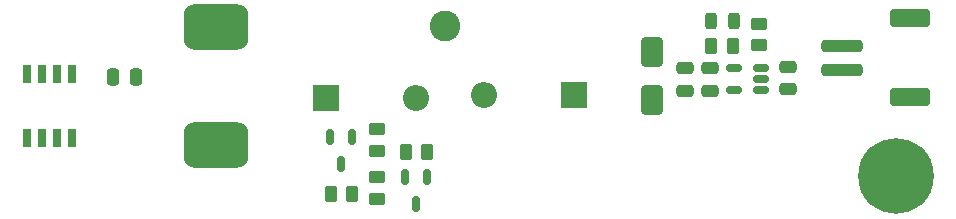
<source format=gbs>
G04 #@! TF.GenerationSoftware,KiCad,Pcbnew,8.0.0*
G04 #@! TF.CreationDate,2024-10-21T16:28:35+02:00*
G04 #@! TF.ProjectId,BatteryBridge,42617474-6572-4794-9272-696467652e6b,rev?*
G04 #@! TF.SameCoordinates,Original*
G04 #@! TF.FileFunction,Soldermask,Bot*
G04 #@! TF.FilePolarity,Negative*
%FSLAX46Y46*%
G04 Gerber Fmt 4.6, Leading zero omitted, Abs format (unit mm)*
G04 Created by KiCad (PCBNEW 8.0.0) date 2024-10-21 16:28:35*
%MOMM*%
%LPD*%
G01*
G04 APERTURE LIST*
G04 Aperture macros list*
%AMRoundRect*
0 Rectangle with rounded corners*
0 $1 Rounding radius*
0 $2 $3 $4 $5 $6 $7 $8 $9 X,Y pos of 4 corners*
0 Add a 4 corners polygon primitive as box body*
4,1,4,$2,$3,$4,$5,$6,$7,$8,$9,$2,$3,0*
0 Add four circle primitives for the rounded corners*
1,1,$1+$1,$2,$3*
1,1,$1+$1,$4,$5*
1,1,$1+$1,$6,$7*
1,1,$1+$1,$8,$9*
0 Add four rect primitives between the rounded corners*
20,1,$1+$1,$2,$3,$4,$5,0*
20,1,$1+$1,$4,$5,$6,$7,0*
20,1,$1+$1,$6,$7,$8,$9,0*
20,1,$1+$1,$8,$9,$2,$3,0*%
G04 Aperture macros list end*
%ADD10C,2.600000*%
%ADD11C,0.800000*%
%ADD12C,6.400000*%
%ADD13R,2.200000X2.200000*%
%ADD14O,2.200000X2.200000*%
%ADD15RoundRect,0.250000X-0.475000X0.250000X-0.475000X-0.250000X0.475000X-0.250000X0.475000X0.250000X0*%
%ADD16RoundRect,0.150000X-0.150000X0.512500X-0.150000X-0.512500X0.150000X-0.512500X0.150000X0.512500X0*%
%ADD17RoundRect,0.150000X0.512500X0.150000X-0.512500X0.150000X-0.512500X-0.150000X0.512500X-0.150000X0*%
%ADD18RoundRect,0.250000X-0.262500X-0.450000X0.262500X-0.450000X0.262500X0.450000X-0.262500X0.450000X0*%
%ADD19RoundRect,0.250000X0.262500X0.450000X-0.262500X0.450000X-0.262500X-0.450000X0.262500X-0.450000X0*%
%ADD20RoundRect,0.250000X-0.450000X0.262500X-0.450000X-0.262500X0.450000X-0.262500X0.450000X0.262500X0*%
%ADD21RoundRect,0.250000X0.650000X-1.000000X0.650000X1.000000X-0.650000X1.000000X-0.650000X-1.000000X0*%
%ADD22RoundRect,0.962500X1.787500X0.962500X-1.787500X0.962500X-1.787500X-0.962500X1.787500X-0.962500X0*%
%ADD23R,0.700000X1.525000*%
%ADD24RoundRect,0.250000X0.250000X0.475000X-0.250000X0.475000X-0.250000X-0.475000X0.250000X-0.475000X0*%
%ADD25RoundRect,0.250000X-1.500000X0.250000X-1.500000X-0.250000X1.500000X-0.250000X1.500000X0.250000X0*%
%ADD26RoundRect,0.250001X-1.449999X0.499999X-1.449999X-0.499999X1.449999X-0.499999X1.449999X0.499999X0*%
%ADD27RoundRect,0.243750X0.243750X0.456250X-0.243750X0.456250X-0.243750X-0.456250X0.243750X-0.456250X0*%
G04 APERTURE END LIST*
D10*
X110030000Y-80030000D03*
D11*
X145783600Y-92710000D03*
X146486544Y-91012944D03*
X146486544Y-94407056D03*
X148183600Y-90310000D03*
D12*
X148183600Y-92710000D03*
D11*
X148183600Y-95110000D03*
X149880656Y-91012944D03*
X149880656Y-94407056D03*
X150583600Y-92710000D03*
D13*
X99890000Y-86150000D03*
D14*
X107510000Y-86150000D03*
D13*
X120897100Y-85874500D03*
D14*
X113277100Y-85874500D03*
D15*
X139023300Y-83480800D03*
X139023300Y-85380800D03*
D16*
X106593600Y-92791700D03*
X108493600Y-92791700D03*
X107543600Y-95066700D03*
D17*
X136776000Y-83571000D03*
X136776000Y-84521000D03*
X136776000Y-85471000D03*
X134501000Y-85471000D03*
X134501000Y-83571000D03*
D18*
X100306500Y-94268000D03*
X102131500Y-94268000D03*
X132522800Y-81738400D03*
X134347800Y-81738400D03*
D19*
X108481500Y-90678000D03*
X106656500Y-90678000D03*
D20*
X104267000Y-92813500D03*
X104267000Y-94638500D03*
D21*
X127550000Y-86250000D03*
X127550000Y-82250000D03*
D22*
X90600000Y-80125000D03*
X90600000Y-90075000D03*
D23*
X74595000Y-84088000D03*
X75865000Y-84088000D03*
X77135000Y-84088000D03*
X78405000Y-84088000D03*
X78405000Y-89512000D03*
X77135000Y-89512000D03*
X75865000Y-89512000D03*
X74595000Y-89512000D03*
D24*
X83820000Y-84300000D03*
X81920000Y-84300000D03*
D15*
X132470100Y-83582400D03*
X132470100Y-85482400D03*
X130336500Y-83582400D03*
X130336500Y-85482400D03*
D20*
X136584900Y-79809900D03*
X136584900Y-81634900D03*
D25*
X143606400Y-81702400D03*
X143606400Y-83702400D03*
D26*
X149356400Y-79352400D03*
X149356400Y-86052400D03*
D20*
X104267000Y-88749500D03*
X104267000Y-90574500D03*
D27*
X134423600Y-79604800D03*
X132548600Y-79604800D03*
D16*
X100243600Y-89388100D03*
X102143600Y-89388100D03*
X101193600Y-91663100D03*
M02*

</source>
